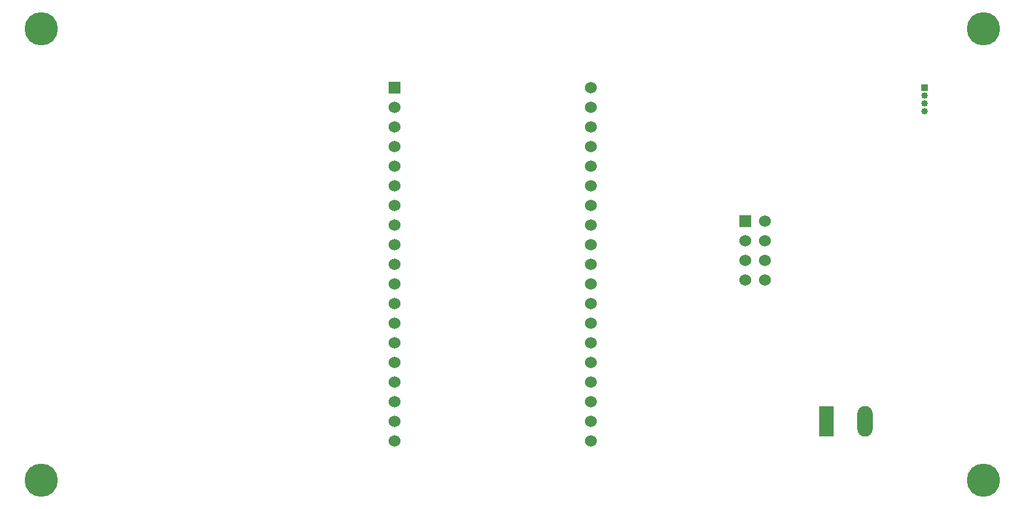
<source format=gbr>
%TF.GenerationSoftware,KiCad,Pcbnew,(6.0.4)*%
%TF.CreationDate,2023-05-23T16:29:30+02:00*%
%TF.ProjectId,OpenDTU_9400_NRF24_DM4DS_v1,4f70656e-4454-4555-9f39-3430305f4e52,rev?*%
%TF.SameCoordinates,Original*%
%TF.FileFunction,Soldermask,Bot*%
%TF.FilePolarity,Negative*%
%FSLAX46Y46*%
G04 Gerber Fmt 4.6, Leading zero omitted, Abs format (unit mm)*
G04 Created by KiCad (PCBNEW (6.0.4)) date 2023-05-23 16:29:30*
%MOMM*%
%LPD*%
G01*
G04 APERTURE LIST*
%ADD10C,4.300000*%
%ADD11R,1.980000X3.960000*%
%ADD12O,1.980000X3.960000*%
%ADD13O,0.850000X0.850000*%
%ADD14R,0.850000X0.850000*%
%ADD15R,1.530000X1.530000*%
%ADD16C,1.530000*%
%ADD17R,1.524000X1.524000*%
%ADD18C,1.524000*%
G04 APERTURE END LIST*
D10*
%TO.C,REF\u002A\u002A*%
X180340000Y-50800000D03*
%TD*%
%TO.C,REF\u002A\u002A*%
X180340000Y-109220000D03*
%TD*%
%TO.C,REF\u002A\u002A*%
X58420000Y-109220000D03*
%TD*%
%TO.C,REF\u002A\u002A*%
X58420000Y-50800000D03*
%TD*%
D11*
%TO.C,REF\u002A\u002A*%
X160020000Y-101600000D03*
D12*
X165020000Y-101600000D03*
%TD*%
D13*
%TO.C,REF\u002A\u002A*%
X172720000Y-61420000D03*
X172720000Y-60420000D03*
X172720000Y-59420000D03*
D14*
X172720000Y-58420000D03*
%TD*%
D15*
%TO.C,REF\u002A\u002A*%
X104140000Y-58430000D03*
D16*
X104140000Y-60970000D03*
X104140000Y-63510000D03*
X104140000Y-66050000D03*
X104140000Y-68590000D03*
X104140000Y-71130000D03*
X104140000Y-73670000D03*
X104140000Y-76210000D03*
X104140000Y-78750000D03*
X104140000Y-81290000D03*
X104140000Y-83830000D03*
X104140000Y-86370000D03*
X104140000Y-88910000D03*
X104140000Y-91450000D03*
X104140000Y-93990000D03*
X104140000Y-96530000D03*
X104140000Y-99070000D03*
X104140000Y-101610000D03*
X104140000Y-104150000D03*
X129540000Y-104150000D03*
X129540000Y-101610000D03*
X129540000Y-99070000D03*
X129540000Y-96530000D03*
X129540000Y-93990000D03*
X129540000Y-91450000D03*
X129540000Y-88910000D03*
X129540000Y-86370000D03*
X129540000Y-83830000D03*
X129540000Y-81290000D03*
X129540000Y-78750000D03*
X129540000Y-76210000D03*
X129540000Y-73670000D03*
X129540000Y-71130000D03*
X129540000Y-68590000D03*
X129540000Y-66050000D03*
X129540000Y-63510000D03*
X129540000Y-60970000D03*
X129540000Y-58430000D03*
%TD*%
D17*
%TO.C,REF\u002A\u002A*%
X149560000Y-75655000D03*
D18*
X152100000Y-75655000D03*
X149560000Y-78195000D03*
X152100000Y-78195000D03*
X149560000Y-80735000D03*
X152100000Y-80735000D03*
X149560000Y-83275000D03*
X152100000Y-83275000D03*
%TD*%
M02*

</source>
